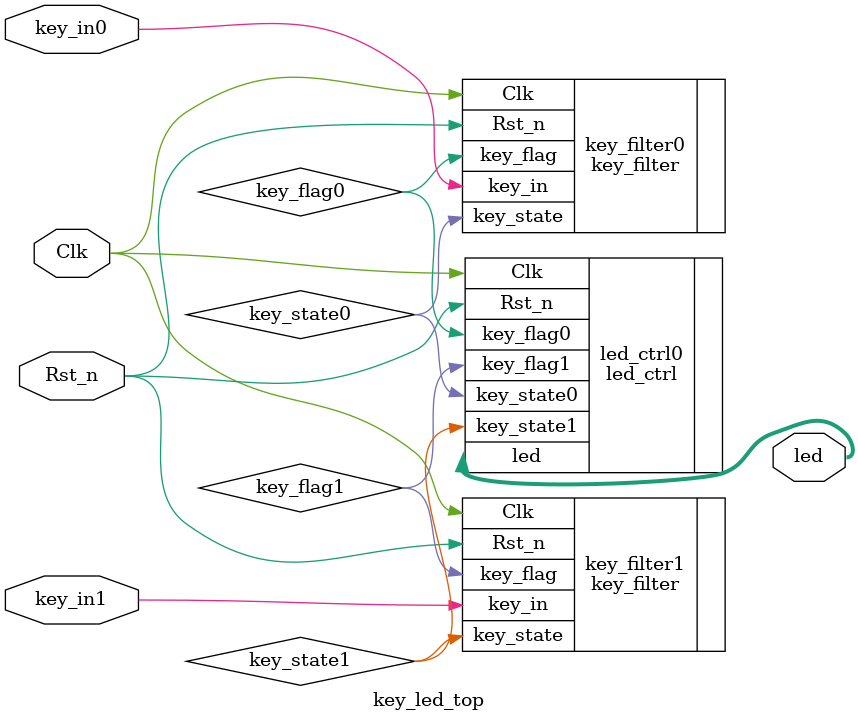
<source format=v>


module key_led_top(
    Clk,     //50M时钟输入
    Rst_n,   //系统复位
    key_in0, //按键S0输入
    key_in1, //按键S1输入
    led      //数据显示
);

	input Clk;
	input Rst_n;
	input key_in0;
	input key_in1;
	
	output [3:0]led;
	
	wire key_flag0,key_flag1;
	wire key_state0,key_state1;

	key_filter key_filter0(
		.Clk(Clk),
		.Rst_n(Rst_n),
		.key_in(key_in0),
		.key_flag(key_flag0),
		.key_state(key_state0)
	);
	
	key_filter key_filter1(
		.Clk(Clk),
		.Rst_n(Rst_n),
		.key_in(key_in1),
		.key_flag(key_flag1),
		.key_state(key_state1)
	);
	
	led_ctrl led_ctrl0(
		.Clk(Clk),
		.Rst_n(Rst_n),
		.key_flag0(key_flag0),
		.key_flag1(key_flag1),
		.key_state0(key_state0),
		.key_state1(key_state1),
		.led(led)
	);

endmodule

</source>
